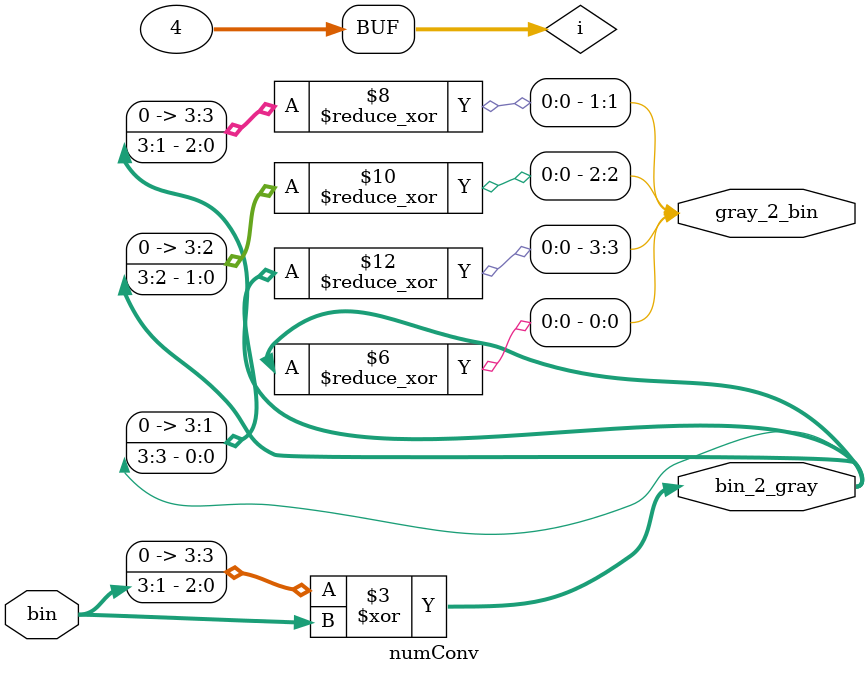
<source format=v>
`timescale 1ns/1ns

module numConv #(parameter n = 4)(/*AUTOARG*/
   // Outputs
   bin_2_gray, gray_2_bin,
   // Inputs
   bin
   );

   input [n-1:0] bin;
   
   output [n-1:0] bin_2_gray;
   output reg [n-1:0] gray_2_bin;

   // bin_2_gray
   assign bin_2_gray = (bin >> 1) ^ bin;

   integer i;   
   // gray_2_bin
   always@(*) begin
      for(i=0; i<n ; i=i+1)
	       gray_2_bin[i] = ^(bin_2_gray >> i);
   end

   endmodule

</source>
